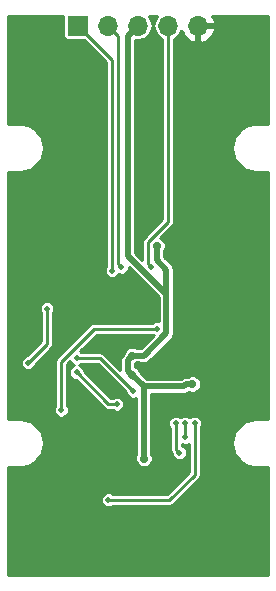
<source format=gbl>
G04 #@! TF.FileFunction,Copper,L2,Bot,Signal*
%FSLAX46Y46*%
G04 Gerber Fmt 4.6, Leading zero omitted, Abs format (unit mm)*
G04 Created by KiCad (PCBNEW 4.0.7) date 07/18/18 10:51:39*
%MOMM*%
%LPD*%
G01*
G04 APERTURE LIST*
%ADD10C,0.100000*%
%ADD11R,1.700000X1.700000*%
%ADD12O,1.700000X1.700000*%
%ADD13C,0.500000*%
%ADD14C,0.700000*%
%ADD15C,0.250000*%
%ADD16C,0.500000*%
%ADD17C,0.254000*%
G04 APERTURE END LIST*
D10*
D11*
X144920000Y-77140000D03*
D12*
X147460000Y-77140000D03*
X150000000Y-77140000D03*
X152540000Y-77140000D03*
X155080000Y-77140000D03*
D13*
X153506594Y-113306594D03*
X153200000Y-110800000D03*
X154000000Y-110800000D03*
X154000000Y-112000000D03*
X147500000Y-117300000D03*
X154800000Y-110800000D03*
X160300000Y-77000000D03*
X160300000Y-84800000D03*
X160300000Y-90300000D03*
X160400000Y-102000000D03*
X160200000Y-109800000D03*
X157100000Y-112600000D03*
X160300000Y-115500000D03*
X160300000Y-123200000D03*
X156400000Y-123200000D03*
X153400000Y-120600000D03*
X153400000Y-123200000D03*
X146500000Y-123200000D03*
X146500000Y-121100000D03*
X139800000Y-117100000D03*
X139400000Y-115200000D03*
X142500000Y-112500000D03*
X139400000Y-109400000D03*
X139500000Y-102500000D03*
X139500000Y-90300000D03*
X142500000Y-87400000D03*
X139500000Y-84600000D03*
X139500000Y-76600000D03*
X142800000Y-76600000D03*
X151300000Y-85700000D03*
X150500000Y-82200000D03*
X151200000Y-78500000D03*
X159300000Y-93900000D03*
X157700000Y-97700000D03*
X154000000Y-97700000D03*
X155800000Y-98700000D03*
X157600000Y-94500000D03*
X152900000Y-96300000D03*
X154500000Y-94300000D03*
X143300000Y-94100000D03*
X141300000Y-95000000D03*
X148500000Y-115700000D03*
X144500000Y-113300000D03*
X148550000Y-111600000D03*
X144050000Y-111600000D03*
D14*
X154600000Y-105100000D03*
X150000000Y-104300000D03*
X150000000Y-105900000D03*
X151600000Y-95800000D03*
X154600000Y-107500000D03*
X149500000Y-105100000D03*
X149500000Y-106700000D03*
X150500000Y-113800000D03*
D13*
X151100000Y-97600000D03*
X151600000Y-102800000D03*
X143500000Y-109700000D03*
X148600000Y-97600000D03*
X147800000Y-97900000D03*
X144800000Y-106500000D03*
X148200000Y-109200000D03*
X144800000Y-105300000D03*
X149600000Y-108100000D03*
X142300000Y-101100000D03*
X140700000Y-105700000D03*
D15*
X153200000Y-113000000D02*
X153506594Y-113306594D01*
X153200000Y-110800000D02*
X153200000Y-113000000D01*
X154000000Y-112000000D02*
X154000000Y-110800000D01*
X154800000Y-115155922D02*
X154800000Y-111153553D01*
X147500000Y-117300000D02*
X152655922Y-117300000D01*
X154800000Y-111153553D02*
X154800000Y-110800000D01*
X152655922Y-117300000D02*
X154800000Y-115155922D01*
X157800000Y-86000000D02*
X159000000Y-84800000D01*
X159000000Y-84800000D02*
X160300000Y-84800000D01*
X157800000Y-88300000D02*
X157800000Y-86000000D01*
X159550001Y-90050001D02*
X157800000Y-88300000D01*
X160300000Y-90300000D02*
X160050001Y-90050001D01*
X160050001Y-90050001D02*
X159550001Y-90050001D01*
X160200000Y-109800000D02*
X160200000Y-102200000D01*
X160200000Y-102200000D02*
X160400000Y-102000000D01*
X157100000Y-115500000D02*
X157100000Y-112600000D01*
X159946447Y-115500000D02*
X157100000Y-115500000D01*
X160300000Y-115500000D02*
X159946447Y-115500000D01*
X156400000Y-123200000D02*
X160300000Y-123200000D01*
X153400000Y-123200000D02*
X153400000Y-120600000D01*
X146500000Y-121100000D02*
X146500000Y-123200000D01*
X139400000Y-115200000D02*
X139400000Y-116700000D01*
X139400000Y-116700000D02*
X139800000Y-117100000D01*
X141800000Y-109400000D02*
X142500000Y-110100000D01*
X142500000Y-110100000D02*
X142500000Y-112500000D01*
X139400000Y-109400000D02*
X141800000Y-109400000D01*
X139500000Y-90300000D02*
X139500000Y-102500000D01*
X141000000Y-84600000D02*
X142500000Y-86100000D01*
X142500000Y-86100000D02*
X142500000Y-87400000D01*
X139500000Y-84600000D02*
X141000000Y-84600000D01*
X142800000Y-76600000D02*
X139500000Y-76600000D01*
X151200000Y-78500000D02*
X151200000Y-81500000D01*
X151200000Y-81500000D02*
X150500000Y-82200000D01*
X154500000Y-94300000D02*
X154500000Y-94700000D01*
X154500000Y-94700000D02*
X152900000Y-96300000D01*
D16*
X152400000Y-103200000D02*
X152400000Y-99900000D01*
X152400000Y-99900000D02*
X152400000Y-97800000D01*
X150000000Y-77140000D02*
X149150001Y-77989999D01*
X149150001Y-77989999D02*
X149150001Y-96650001D01*
X149150001Y-96650001D02*
X152400000Y-99900000D01*
X152400000Y-97800000D02*
X151600000Y-97000000D01*
X151600000Y-97000000D02*
X151600000Y-95800000D01*
X150500000Y-105100000D02*
X152400000Y-103200000D01*
X149500000Y-105100000D02*
X150500000Y-105100000D01*
X154600000Y-107500000D02*
X154105026Y-107500000D01*
X154105026Y-107500000D02*
X153905026Y-107700000D01*
X153905026Y-107700000D02*
X150500000Y-107700000D01*
X149150001Y-106350001D02*
X149500000Y-106700000D01*
X149150001Y-105449999D02*
X149150001Y-106350001D01*
X149500000Y-105100000D02*
X149150001Y-105449999D01*
X150500000Y-113800000D02*
X150500000Y-107700000D01*
X150500000Y-107700000D02*
X149500000Y-106700000D01*
D15*
X150850001Y-95449999D02*
X152540000Y-93760000D01*
X152540000Y-93760000D02*
X152540000Y-77140000D01*
X151100000Y-97600000D02*
X150850001Y-97350001D01*
X150850001Y-97350001D02*
X150850001Y-95449999D01*
X151246447Y-102800000D02*
X151600000Y-102800000D01*
X143500000Y-109700000D02*
X143500000Y-105600000D01*
X146300000Y-102800000D02*
X151246447Y-102800000D01*
X143500000Y-105600000D02*
X146300000Y-102800000D01*
X148309999Y-77989999D02*
X147460000Y-77140000D01*
X148350001Y-78030001D02*
X148309999Y-77989999D01*
X148350001Y-97350001D02*
X148350001Y-78030001D01*
X148600000Y-97600000D02*
X148350001Y-97350001D01*
X147800000Y-97900000D02*
X147800000Y-80020000D01*
X147800000Y-80020000D02*
X144920000Y-77140000D01*
X148200000Y-109200000D02*
X147500000Y-109200000D01*
X147500000Y-109200000D02*
X144800000Y-106500000D01*
X149600000Y-108100000D02*
X146800000Y-105300000D01*
X146800000Y-105300000D02*
X144800000Y-105300000D01*
X140700000Y-105700000D02*
X142300000Y-104100000D01*
X142300000Y-104100000D02*
X142300000Y-101100000D01*
D17*
G36*
X143681536Y-77990000D02*
X143708103Y-78131190D01*
X143791546Y-78260865D01*
X143918866Y-78347859D01*
X144070000Y-78378464D01*
X145442872Y-78378464D01*
X147294000Y-80229592D01*
X147294000Y-97513527D01*
X147265376Y-97542101D01*
X147169110Y-97773936D01*
X147168891Y-98024963D01*
X147264752Y-98256966D01*
X147442101Y-98434624D01*
X147673936Y-98530890D01*
X147924963Y-98531109D01*
X148156966Y-98435248D01*
X148334624Y-98257899D01*
X148364677Y-98185522D01*
X148473936Y-98230890D01*
X148724963Y-98231109D01*
X148956966Y-98135248D01*
X149134624Y-97957899D01*
X149230890Y-97726064D01*
X149230980Y-97623348D01*
X151769000Y-100161369D01*
X151769000Y-102186939D01*
X151726064Y-102169110D01*
X151475037Y-102168891D01*
X151243034Y-102264752D01*
X151213735Y-102294000D01*
X146300000Y-102294000D01*
X146106362Y-102332517D01*
X145942204Y-102442204D01*
X143142204Y-105242204D01*
X143032517Y-105406362D01*
X142994000Y-105600000D01*
X142994000Y-109313527D01*
X142965376Y-109342101D01*
X142869110Y-109573936D01*
X142868891Y-109824963D01*
X142964752Y-110056966D01*
X143142101Y-110234624D01*
X143373936Y-110330890D01*
X143624963Y-110331109D01*
X143856966Y-110235248D01*
X144034624Y-110057899D01*
X144130890Y-109826064D01*
X144131109Y-109575037D01*
X144035248Y-109343034D01*
X144006000Y-109313735D01*
X144006000Y-105809592D01*
X144233723Y-105581869D01*
X144264752Y-105656966D01*
X144442101Y-105834624D01*
X144599645Y-105900042D01*
X144443034Y-105964752D01*
X144265376Y-106142101D01*
X144169110Y-106373936D01*
X144168891Y-106624963D01*
X144264752Y-106856966D01*
X144442101Y-107034624D01*
X144673936Y-107130890D01*
X144715334Y-107130926D01*
X147142204Y-109557796D01*
X147306362Y-109667483D01*
X147500000Y-109706000D01*
X147813527Y-109706000D01*
X147842101Y-109734624D01*
X148073936Y-109830890D01*
X148324963Y-109831109D01*
X148556966Y-109735248D01*
X148734624Y-109557899D01*
X148830890Y-109326064D01*
X148831109Y-109075037D01*
X148735248Y-108843034D01*
X148557899Y-108665376D01*
X148326064Y-108569110D01*
X148075037Y-108568891D01*
X147843034Y-108664752D01*
X147813735Y-108694000D01*
X147709592Y-108694000D01*
X145431074Y-106415482D01*
X145431109Y-106375037D01*
X145335248Y-106143034D01*
X145157899Y-105965376D01*
X145000355Y-105899958D01*
X145156966Y-105835248D01*
X145186265Y-105806000D01*
X146590408Y-105806000D01*
X148968926Y-108184518D01*
X148968891Y-108224963D01*
X149064752Y-108456966D01*
X149242101Y-108634624D01*
X149473936Y-108730890D01*
X149724963Y-108731109D01*
X149869000Y-108671595D01*
X149869000Y-113413437D01*
X149769127Y-113653957D01*
X149768874Y-113944767D01*
X149879927Y-114213537D01*
X150085381Y-114419350D01*
X150353957Y-114530873D01*
X150644767Y-114531126D01*
X150913537Y-114420073D01*
X151119350Y-114214619D01*
X151230873Y-113946043D01*
X151231126Y-113655233D01*
X151131000Y-113412908D01*
X151131000Y-108331000D01*
X153905026Y-108331000D01*
X154146499Y-108282968D01*
X154312421Y-108172102D01*
X154453957Y-108230873D01*
X154744767Y-108231126D01*
X155013537Y-108120073D01*
X155219350Y-107914619D01*
X155330873Y-107646043D01*
X155331126Y-107355233D01*
X155220073Y-107086463D01*
X155014619Y-106880650D01*
X154746043Y-106769127D01*
X154455233Y-106768874D01*
X154212908Y-106869000D01*
X154105026Y-106869000D01*
X153863553Y-106917032D01*
X153658842Y-107053815D01*
X153643657Y-107069000D01*
X150761369Y-107069000D01*
X150219525Y-106527157D01*
X150120073Y-106286463D01*
X149914619Y-106080650D01*
X149781001Y-106025167D01*
X149781001Y-105774836D01*
X149887092Y-105731000D01*
X150500000Y-105731000D01*
X150741473Y-105682968D01*
X150946184Y-105546184D01*
X152846185Y-103646184D01*
X152982968Y-103441473D01*
X153031000Y-103200000D01*
X153031000Y-97800000D01*
X152982968Y-97558527D01*
X152846184Y-97353816D01*
X152231000Y-96738632D01*
X152231000Y-96186563D01*
X152330873Y-95946043D01*
X152331126Y-95655233D01*
X152220073Y-95386463D01*
X152014619Y-95180650D01*
X151887660Y-95127932D01*
X152897796Y-94117796D01*
X153007483Y-93953638D01*
X153046000Y-93760000D01*
X153046000Y-78278082D01*
X153410448Y-78034565D01*
X153677296Y-77635200D01*
X153685083Y-77596053D01*
X153884817Y-78021358D01*
X154313076Y-78411645D01*
X154723110Y-78581476D01*
X154953000Y-78460155D01*
X154953000Y-77267000D01*
X155207000Y-77267000D01*
X155207000Y-78460155D01*
X155436890Y-78581476D01*
X155846924Y-78411645D01*
X156275183Y-78021358D01*
X156521486Y-77496892D01*
X156400819Y-77267000D01*
X155207000Y-77267000D01*
X154953000Y-77267000D01*
X154933000Y-77267000D01*
X154933000Y-77013000D01*
X154953000Y-77013000D01*
X154953000Y-76993000D01*
X155207000Y-76993000D01*
X155207000Y-77013000D01*
X156400819Y-77013000D01*
X156521486Y-76783108D01*
X156295075Y-76301000D01*
X160999000Y-76301000D01*
X160999000Y-85469000D01*
X160000000Y-85469000D01*
X159958365Y-85477282D01*
X159915916Y-85477282D01*
X159303628Y-85599074D01*
X159148256Y-85663430D01*
X158629179Y-86010265D01*
X158510265Y-86129179D01*
X158163429Y-86648257D01*
X158099074Y-86803624D01*
X158099074Y-86803627D01*
X157977283Y-87415911D01*
X157977281Y-87415916D01*
X157977282Y-87500000D01*
X157977281Y-87584084D01*
X157977283Y-87584089D01*
X158099074Y-88196373D01*
X158099074Y-88196376D01*
X158163429Y-88351743D01*
X158510265Y-88870821D01*
X158629179Y-88989735D01*
X159148256Y-89336570D01*
X159303624Y-89400926D01*
X159303628Y-89400926D01*
X159915916Y-89522718D01*
X159958365Y-89522718D01*
X160000000Y-89531000D01*
X160999000Y-89531000D01*
X160999000Y-110469000D01*
X160000000Y-110469000D01*
X159958365Y-110477282D01*
X159915916Y-110477282D01*
X159303628Y-110599074D01*
X159148256Y-110663430D01*
X158629179Y-111010265D01*
X158510265Y-111129179D01*
X158163429Y-111648257D01*
X158099074Y-111803624D01*
X158099074Y-111803627D01*
X157977283Y-112415911D01*
X157977281Y-112415916D01*
X157977282Y-112500000D01*
X157977281Y-112584084D01*
X157977283Y-112584089D01*
X158099074Y-113196373D01*
X158099074Y-113196376D01*
X158163429Y-113351743D01*
X158510265Y-113870821D01*
X158629179Y-113989735D01*
X159148256Y-114336570D01*
X159303624Y-114400926D01*
X159303628Y-114400926D01*
X159915916Y-114522718D01*
X159958365Y-114522718D01*
X160000000Y-114531000D01*
X160999000Y-114531000D01*
X160999000Y-123699000D01*
X139001000Y-123699000D01*
X139001000Y-117424963D01*
X146868891Y-117424963D01*
X146964752Y-117656966D01*
X147142101Y-117834624D01*
X147373936Y-117930890D01*
X147624963Y-117931109D01*
X147856966Y-117835248D01*
X147886265Y-117806000D01*
X152655922Y-117806000D01*
X152849560Y-117767483D01*
X153013718Y-117657796D01*
X155157796Y-115513718D01*
X155267483Y-115349560D01*
X155306000Y-115155922D01*
X155306000Y-111186473D01*
X155334624Y-111157899D01*
X155430890Y-110926064D01*
X155431109Y-110675037D01*
X155335248Y-110443034D01*
X155157899Y-110265376D01*
X154926064Y-110169110D01*
X154675037Y-110168891D01*
X154443034Y-110264752D01*
X154400080Y-110307631D01*
X154357899Y-110265376D01*
X154126064Y-110169110D01*
X153875037Y-110168891D01*
X153643034Y-110264752D01*
X153600080Y-110307631D01*
X153557899Y-110265376D01*
X153326064Y-110169110D01*
X153075037Y-110168891D01*
X152843034Y-110264752D01*
X152665376Y-110442101D01*
X152569110Y-110673936D01*
X152568891Y-110924963D01*
X152664752Y-111156966D01*
X152694000Y-111186265D01*
X152694000Y-113000000D01*
X152732517Y-113193638D01*
X152842204Y-113357796D01*
X152875520Y-113391112D01*
X152875485Y-113431557D01*
X152971346Y-113663560D01*
X153148695Y-113841218D01*
X153380530Y-113937484D01*
X153631557Y-113937703D01*
X153863560Y-113841842D01*
X154041218Y-113664493D01*
X154137484Y-113432658D01*
X154137703Y-113181631D01*
X154041842Y-112949628D01*
X153864493Y-112771970D01*
X153706000Y-112706158D01*
X153706000Y-112561157D01*
X153873936Y-112630890D01*
X154124963Y-112631109D01*
X154294000Y-112561265D01*
X154294000Y-114946330D01*
X152446330Y-116794000D01*
X147886473Y-116794000D01*
X147857899Y-116765376D01*
X147626064Y-116669110D01*
X147375037Y-116668891D01*
X147143034Y-116764752D01*
X146965376Y-116942101D01*
X146869110Y-117173936D01*
X146868891Y-117424963D01*
X139001000Y-117424963D01*
X139001000Y-114531000D01*
X140000000Y-114531000D01*
X140041635Y-114522718D01*
X140084084Y-114522718D01*
X140696373Y-114400926D01*
X140696376Y-114400926D01*
X140851743Y-114336571D01*
X140851744Y-114336571D01*
X140851746Y-114336569D01*
X141370821Y-113989735D01*
X141489735Y-113870821D01*
X141836570Y-113351744D01*
X141900926Y-113196376D01*
X141900926Y-113196372D01*
X142022717Y-112584091D01*
X142022719Y-112584085D01*
X142022718Y-112500000D01*
X142022719Y-112415915D01*
X142022717Y-112415909D01*
X141900926Y-111803628D01*
X141900926Y-111803624D01*
X141836570Y-111648256D01*
X141489735Y-111129179D01*
X141370821Y-111010265D01*
X140851746Y-110663431D01*
X140851745Y-110663430D01*
X140844790Y-110660549D01*
X140696376Y-110599074D01*
X140696373Y-110599074D01*
X140084084Y-110477282D01*
X140041635Y-110477282D01*
X140000000Y-110469000D01*
X139001000Y-110469000D01*
X139001000Y-105824963D01*
X140068891Y-105824963D01*
X140164752Y-106056966D01*
X140342101Y-106234624D01*
X140573936Y-106330890D01*
X140824963Y-106331109D01*
X141056966Y-106235248D01*
X141234624Y-106057899D01*
X141330890Y-105826064D01*
X141330926Y-105784666D01*
X142657796Y-104457796D01*
X142767483Y-104293638D01*
X142806000Y-104100000D01*
X142806000Y-101486473D01*
X142834624Y-101457899D01*
X142930890Y-101226064D01*
X142931109Y-100975037D01*
X142835248Y-100743034D01*
X142657899Y-100565376D01*
X142426064Y-100469110D01*
X142175037Y-100468891D01*
X141943034Y-100564752D01*
X141765376Y-100742101D01*
X141669110Y-100973936D01*
X141668891Y-101224963D01*
X141764752Y-101456966D01*
X141794000Y-101486265D01*
X141794000Y-103890408D01*
X140615482Y-105068926D01*
X140575037Y-105068891D01*
X140343034Y-105164752D01*
X140165376Y-105342101D01*
X140069110Y-105573936D01*
X140068891Y-105824963D01*
X139001000Y-105824963D01*
X139001000Y-89531000D01*
X140000000Y-89531000D01*
X140041635Y-89522718D01*
X140084084Y-89522718D01*
X140696373Y-89400926D01*
X140696376Y-89400926D01*
X140851743Y-89336571D01*
X140851744Y-89336571D01*
X140851746Y-89336569D01*
X141370821Y-88989735D01*
X141489735Y-88870821D01*
X141836570Y-88351744D01*
X141900926Y-88196376D01*
X141900926Y-88196372D01*
X142022717Y-87584091D01*
X142022719Y-87584085D01*
X142022718Y-87500000D01*
X142022719Y-87415915D01*
X142022717Y-87415909D01*
X141900926Y-86803628D01*
X141900926Y-86803624D01*
X141836570Y-86648256D01*
X141489735Y-86129179D01*
X141370821Y-86010265D01*
X140851746Y-85663431D01*
X140851745Y-85663430D01*
X140696378Y-85599075D01*
X140696379Y-85599075D01*
X140696376Y-85599074D01*
X140696373Y-85599074D01*
X140084084Y-85477282D01*
X140041635Y-85477282D01*
X140000000Y-85469000D01*
X139001000Y-85469000D01*
X139001000Y-76301000D01*
X143681536Y-76301000D01*
X143681536Y-77990000D01*
X143681536Y-77990000D01*
G37*
X143681536Y-77990000D02*
X143708103Y-78131190D01*
X143791546Y-78260865D01*
X143918866Y-78347859D01*
X144070000Y-78378464D01*
X145442872Y-78378464D01*
X147294000Y-80229592D01*
X147294000Y-97513527D01*
X147265376Y-97542101D01*
X147169110Y-97773936D01*
X147168891Y-98024963D01*
X147264752Y-98256966D01*
X147442101Y-98434624D01*
X147673936Y-98530890D01*
X147924963Y-98531109D01*
X148156966Y-98435248D01*
X148334624Y-98257899D01*
X148364677Y-98185522D01*
X148473936Y-98230890D01*
X148724963Y-98231109D01*
X148956966Y-98135248D01*
X149134624Y-97957899D01*
X149230890Y-97726064D01*
X149230980Y-97623348D01*
X151769000Y-100161369D01*
X151769000Y-102186939D01*
X151726064Y-102169110D01*
X151475037Y-102168891D01*
X151243034Y-102264752D01*
X151213735Y-102294000D01*
X146300000Y-102294000D01*
X146106362Y-102332517D01*
X145942204Y-102442204D01*
X143142204Y-105242204D01*
X143032517Y-105406362D01*
X142994000Y-105600000D01*
X142994000Y-109313527D01*
X142965376Y-109342101D01*
X142869110Y-109573936D01*
X142868891Y-109824963D01*
X142964752Y-110056966D01*
X143142101Y-110234624D01*
X143373936Y-110330890D01*
X143624963Y-110331109D01*
X143856966Y-110235248D01*
X144034624Y-110057899D01*
X144130890Y-109826064D01*
X144131109Y-109575037D01*
X144035248Y-109343034D01*
X144006000Y-109313735D01*
X144006000Y-105809592D01*
X144233723Y-105581869D01*
X144264752Y-105656966D01*
X144442101Y-105834624D01*
X144599645Y-105900042D01*
X144443034Y-105964752D01*
X144265376Y-106142101D01*
X144169110Y-106373936D01*
X144168891Y-106624963D01*
X144264752Y-106856966D01*
X144442101Y-107034624D01*
X144673936Y-107130890D01*
X144715334Y-107130926D01*
X147142204Y-109557796D01*
X147306362Y-109667483D01*
X147500000Y-109706000D01*
X147813527Y-109706000D01*
X147842101Y-109734624D01*
X148073936Y-109830890D01*
X148324963Y-109831109D01*
X148556966Y-109735248D01*
X148734624Y-109557899D01*
X148830890Y-109326064D01*
X148831109Y-109075037D01*
X148735248Y-108843034D01*
X148557899Y-108665376D01*
X148326064Y-108569110D01*
X148075037Y-108568891D01*
X147843034Y-108664752D01*
X147813735Y-108694000D01*
X147709592Y-108694000D01*
X145431074Y-106415482D01*
X145431109Y-106375037D01*
X145335248Y-106143034D01*
X145157899Y-105965376D01*
X145000355Y-105899958D01*
X145156966Y-105835248D01*
X145186265Y-105806000D01*
X146590408Y-105806000D01*
X148968926Y-108184518D01*
X148968891Y-108224963D01*
X149064752Y-108456966D01*
X149242101Y-108634624D01*
X149473936Y-108730890D01*
X149724963Y-108731109D01*
X149869000Y-108671595D01*
X149869000Y-113413437D01*
X149769127Y-113653957D01*
X149768874Y-113944767D01*
X149879927Y-114213537D01*
X150085381Y-114419350D01*
X150353957Y-114530873D01*
X150644767Y-114531126D01*
X150913537Y-114420073D01*
X151119350Y-114214619D01*
X151230873Y-113946043D01*
X151231126Y-113655233D01*
X151131000Y-113412908D01*
X151131000Y-108331000D01*
X153905026Y-108331000D01*
X154146499Y-108282968D01*
X154312421Y-108172102D01*
X154453957Y-108230873D01*
X154744767Y-108231126D01*
X155013537Y-108120073D01*
X155219350Y-107914619D01*
X155330873Y-107646043D01*
X155331126Y-107355233D01*
X155220073Y-107086463D01*
X155014619Y-106880650D01*
X154746043Y-106769127D01*
X154455233Y-106768874D01*
X154212908Y-106869000D01*
X154105026Y-106869000D01*
X153863553Y-106917032D01*
X153658842Y-107053815D01*
X153643657Y-107069000D01*
X150761369Y-107069000D01*
X150219525Y-106527157D01*
X150120073Y-106286463D01*
X149914619Y-106080650D01*
X149781001Y-106025167D01*
X149781001Y-105774836D01*
X149887092Y-105731000D01*
X150500000Y-105731000D01*
X150741473Y-105682968D01*
X150946184Y-105546184D01*
X152846185Y-103646184D01*
X152982968Y-103441473D01*
X153031000Y-103200000D01*
X153031000Y-97800000D01*
X152982968Y-97558527D01*
X152846184Y-97353816D01*
X152231000Y-96738632D01*
X152231000Y-96186563D01*
X152330873Y-95946043D01*
X152331126Y-95655233D01*
X152220073Y-95386463D01*
X152014619Y-95180650D01*
X151887660Y-95127932D01*
X152897796Y-94117796D01*
X153007483Y-93953638D01*
X153046000Y-93760000D01*
X153046000Y-78278082D01*
X153410448Y-78034565D01*
X153677296Y-77635200D01*
X153685083Y-77596053D01*
X153884817Y-78021358D01*
X154313076Y-78411645D01*
X154723110Y-78581476D01*
X154953000Y-78460155D01*
X154953000Y-77267000D01*
X155207000Y-77267000D01*
X155207000Y-78460155D01*
X155436890Y-78581476D01*
X155846924Y-78411645D01*
X156275183Y-78021358D01*
X156521486Y-77496892D01*
X156400819Y-77267000D01*
X155207000Y-77267000D01*
X154953000Y-77267000D01*
X154933000Y-77267000D01*
X154933000Y-77013000D01*
X154953000Y-77013000D01*
X154953000Y-76993000D01*
X155207000Y-76993000D01*
X155207000Y-77013000D01*
X156400819Y-77013000D01*
X156521486Y-76783108D01*
X156295075Y-76301000D01*
X160999000Y-76301000D01*
X160999000Y-85469000D01*
X160000000Y-85469000D01*
X159958365Y-85477282D01*
X159915916Y-85477282D01*
X159303628Y-85599074D01*
X159148256Y-85663430D01*
X158629179Y-86010265D01*
X158510265Y-86129179D01*
X158163429Y-86648257D01*
X158099074Y-86803624D01*
X158099074Y-86803627D01*
X157977283Y-87415911D01*
X157977281Y-87415916D01*
X157977282Y-87500000D01*
X157977281Y-87584084D01*
X157977283Y-87584089D01*
X158099074Y-88196373D01*
X158099074Y-88196376D01*
X158163429Y-88351743D01*
X158510265Y-88870821D01*
X158629179Y-88989735D01*
X159148256Y-89336570D01*
X159303624Y-89400926D01*
X159303628Y-89400926D01*
X159915916Y-89522718D01*
X159958365Y-89522718D01*
X160000000Y-89531000D01*
X160999000Y-89531000D01*
X160999000Y-110469000D01*
X160000000Y-110469000D01*
X159958365Y-110477282D01*
X159915916Y-110477282D01*
X159303628Y-110599074D01*
X159148256Y-110663430D01*
X158629179Y-111010265D01*
X158510265Y-111129179D01*
X158163429Y-111648257D01*
X158099074Y-111803624D01*
X158099074Y-111803627D01*
X157977283Y-112415911D01*
X157977281Y-112415916D01*
X157977282Y-112500000D01*
X157977281Y-112584084D01*
X157977283Y-112584089D01*
X158099074Y-113196373D01*
X158099074Y-113196376D01*
X158163429Y-113351743D01*
X158510265Y-113870821D01*
X158629179Y-113989735D01*
X159148256Y-114336570D01*
X159303624Y-114400926D01*
X159303628Y-114400926D01*
X159915916Y-114522718D01*
X159958365Y-114522718D01*
X160000000Y-114531000D01*
X160999000Y-114531000D01*
X160999000Y-123699000D01*
X139001000Y-123699000D01*
X139001000Y-117424963D01*
X146868891Y-117424963D01*
X146964752Y-117656966D01*
X147142101Y-117834624D01*
X147373936Y-117930890D01*
X147624963Y-117931109D01*
X147856966Y-117835248D01*
X147886265Y-117806000D01*
X152655922Y-117806000D01*
X152849560Y-117767483D01*
X153013718Y-117657796D01*
X155157796Y-115513718D01*
X155267483Y-115349560D01*
X155306000Y-115155922D01*
X155306000Y-111186473D01*
X155334624Y-111157899D01*
X155430890Y-110926064D01*
X155431109Y-110675037D01*
X155335248Y-110443034D01*
X155157899Y-110265376D01*
X154926064Y-110169110D01*
X154675037Y-110168891D01*
X154443034Y-110264752D01*
X154400080Y-110307631D01*
X154357899Y-110265376D01*
X154126064Y-110169110D01*
X153875037Y-110168891D01*
X153643034Y-110264752D01*
X153600080Y-110307631D01*
X153557899Y-110265376D01*
X153326064Y-110169110D01*
X153075037Y-110168891D01*
X152843034Y-110264752D01*
X152665376Y-110442101D01*
X152569110Y-110673936D01*
X152568891Y-110924963D01*
X152664752Y-111156966D01*
X152694000Y-111186265D01*
X152694000Y-113000000D01*
X152732517Y-113193638D01*
X152842204Y-113357796D01*
X152875520Y-113391112D01*
X152875485Y-113431557D01*
X152971346Y-113663560D01*
X153148695Y-113841218D01*
X153380530Y-113937484D01*
X153631557Y-113937703D01*
X153863560Y-113841842D01*
X154041218Y-113664493D01*
X154137484Y-113432658D01*
X154137703Y-113181631D01*
X154041842Y-112949628D01*
X153864493Y-112771970D01*
X153706000Y-112706158D01*
X153706000Y-112561157D01*
X153873936Y-112630890D01*
X154124963Y-112631109D01*
X154294000Y-112561265D01*
X154294000Y-114946330D01*
X152446330Y-116794000D01*
X147886473Y-116794000D01*
X147857899Y-116765376D01*
X147626064Y-116669110D01*
X147375037Y-116668891D01*
X147143034Y-116764752D01*
X146965376Y-116942101D01*
X146869110Y-117173936D01*
X146868891Y-117424963D01*
X139001000Y-117424963D01*
X139001000Y-114531000D01*
X140000000Y-114531000D01*
X140041635Y-114522718D01*
X140084084Y-114522718D01*
X140696373Y-114400926D01*
X140696376Y-114400926D01*
X140851743Y-114336571D01*
X140851744Y-114336571D01*
X140851746Y-114336569D01*
X141370821Y-113989735D01*
X141489735Y-113870821D01*
X141836570Y-113351744D01*
X141900926Y-113196376D01*
X141900926Y-113196372D01*
X142022717Y-112584091D01*
X142022719Y-112584085D01*
X142022718Y-112500000D01*
X142022719Y-112415915D01*
X142022717Y-112415909D01*
X141900926Y-111803628D01*
X141900926Y-111803624D01*
X141836570Y-111648256D01*
X141489735Y-111129179D01*
X141370821Y-111010265D01*
X140851746Y-110663431D01*
X140851745Y-110663430D01*
X140844790Y-110660549D01*
X140696376Y-110599074D01*
X140696373Y-110599074D01*
X140084084Y-110477282D01*
X140041635Y-110477282D01*
X140000000Y-110469000D01*
X139001000Y-110469000D01*
X139001000Y-105824963D01*
X140068891Y-105824963D01*
X140164752Y-106056966D01*
X140342101Y-106234624D01*
X140573936Y-106330890D01*
X140824963Y-106331109D01*
X141056966Y-106235248D01*
X141234624Y-106057899D01*
X141330890Y-105826064D01*
X141330926Y-105784666D01*
X142657796Y-104457796D01*
X142767483Y-104293638D01*
X142806000Y-104100000D01*
X142806000Y-101486473D01*
X142834624Y-101457899D01*
X142930890Y-101226064D01*
X142931109Y-100975037D01*
X142835248Y-100743034D01*
X142657899Y-100565376D01*
X142426064Y-100469110D01*
X142175037Y-100468891D01*
X141943034Y-100564752D01*
X141765376Y-100742101D01*
X141669110Y-100973936D01*
X141668891Y-101224963D01*
X141764752Y-101456966D01*
X141794000Y-101486265D01*
X141794000Y-103890408D01*
X140615482Y-105068926D01*
X140575037Y-105068891D01*
X140343034Y-105164752D01*
X140165376Y-105342101D01*
X140069110Y-105573936D01*
X140068891Y-105824963D01*
X139001000Y-105824963D01*
X139001000Y-89531000D01*
X140000000Y-89531000D01*
X140041635Y-89522718D01*
X140084084Y-89522718D01*
X140696373Y-89400926D01*
X140696376Y-89400926D01*
X140851743Y-89336571D01*
X140851744Y-89336571D01*
X140851746Y-89336569D01*
X141370821Y-88989735D01*
X141489735Y-88870821D01*
X141836570Y-88351744D01*
X141900926Y-88196376D01*
X141900926Y-88196372D01*
X142022717Y-87584091D01*
X142022719Y-87584085D01*
X142022718Y-87500000D01*
X142022719Y-87415915D01*
X142022717Y-87415909D01*
X141900926Y-86803628D01*
X141900926Y-86803624D01*
X141836570Y-86648256D01*
X141489735Y-86129179D01*
X141370821Y-86010265D01*
X140851746Y-85663431D01*
X140851745Y-85663430D01*
X140696378Y-85599075D01*
X140696379Y-85599075D01*
X140696376Y-85599074D01*
X140696373Y-85599074D01*
X140084084Y-85477282D01*
X140041635Y-85477282D01*
X140000000Y-85469000D01*
X139001000Y-85469000D01*
X139001000Y-76301000D01*
X143681536Y-76301000D01*
X143681536Y-77990000D01*
G36*
X151242101Y-103334624D02*
X151334599Y-103373032D01*
X150238632Y-104469000D01*
X149886563Y-104469000D01*
X149646043Y-104369127D01*
X149355233Y-104368874D01*
X149086463Y-104479927D01*
X148880650Y-104685381D01*
X148780100Y-104927532D01*
X148703817Y-105003815D01*
X148567033Y-105208526D01*
X148519001Y-105449999D01*
X148519001Y-106303409D01*
X147157796Y-104942204D01*
X146993638Y-104832517D01*
X146800000Y-104794000D01*
X145186473Y-104794000D01*
X145157899Y-104765376D01*
X145081811Y-104733781D01*
X146509592Y-103306000D01*
X151213527Y-103306000D01*
X151242101Y-103334624D01*
X151242101Y-103334624D01*
G37*
X151242101Y-103334624D02*
X151334599Y-103373032D01*
X150238632Y-104469000D01*
X149886563Y-104469000D01*
X149646043Y-104369127D01*
X149355233Y-104368874D01*
X149086463Y-104479927D01*
X148880650Y-104685381D01*
X148780100Y-104927532D01*
X148703817Y-105003815D01*
X148567033Y-105208526D01*
X148519001Y-105449999D01*
X148519001Y-106303409D01*
X147157796Y-104942204D01*
X146993638Y-104832517D01*
X146800000Y-104794000D01*
X145186473Y-104794000D01*
X145157899Y-104765376D01*
X145081811Y-104733781D01*
X146509592Y-103306000D01*
X151213527Y-103306000D01*
X151242101Y-103334624D01*
G36*
X151402704Y-76644800D02*
X151309000Y-77115883D01*
X151309000Y-77164117D01*
X151402704Y-77635200D01*
X151669552Y-78034565D01*
X152034000Y-78278082D01*
X152034000Y-93550408D01*
X150492205Y-95092203D01*
X150382518Y-95256361D01*
X150344001Y-95449999D01*
X150344001Y-96951633D01*
X149781001Y-96388633D01*
X149781001Y-78351555D01*
X150000000Y-78395117D01*
X150471083Y-78301413D01*
X150870448Y-78034565D01*
X151137296Y-77635200D01*
X151231000Y-77164117D01*
X151231000Y-77115883D01*
X151137296Y-76644800D01*
X150907575Y-76301000D01*
X151632425Y-76301000D01*
X151402704Y-76644800D01*
X151402704Y-76644800D01*
G37*
X151402704Y-76644800D02*
X151309000Y-77115883D01*
X151309000Y-77164117D01*
X151402704Y-77635200D01*
X151669552Y-78034565D01*
X152034000Y-78278082D01*
X152034000Y-93550408D01*
X150492205Y-95092203D01*
X150382518Y-95256361D01*
X150344001Y-95449999D01*
X150344001Y-96951633D01*
X149781001Y-96388633D01*
X149781001Y-78351555D01*
X150000000Y-78395117D01*
X150471083Y-78301413D01*
X150870448Y-78034565D01*
X151137296Y-77635200D01*
X151231000Y-77164117D01*
X151231000Y-77115883D01*
X151137296Y-76644800D01*
X150907575Y-76301000D01*
X151632425Y-76301000D01*
X151402704Y-76644800D01*
M02*

</source>
